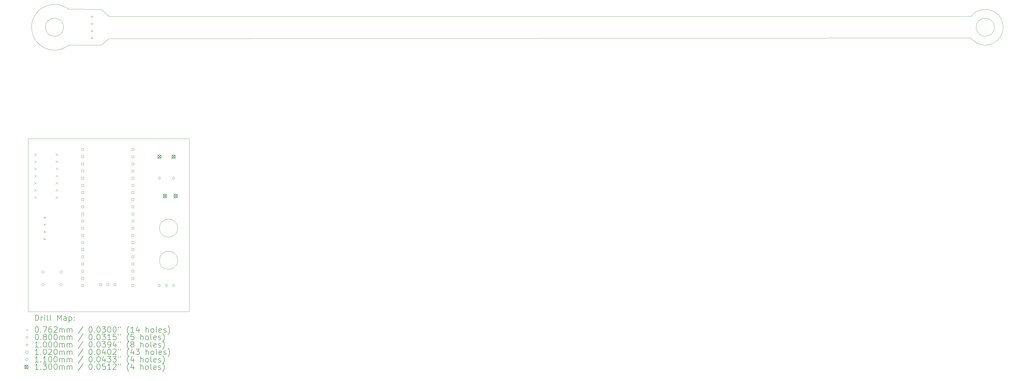
<source format=gbr>
%FSLAX45Y45*%
G04 Gerber Fmt 4.5, Leading zero omitted, Abs format (unit mm)*
G04 Created by KiCad (PCBNEW (6.0.6)) date 2022-11-08 17:00:56*
%MOMM*%
%LPD*%
G01*
G04 APERTURE LIST*
%TA.AperFunction,Profile*%
%ADD10C,0.025400*%
%TD*%
%ADD11C,0.200000*%
%ADD12C,0.076200*%
%ADD13C,0.080000*%
%ADD14C,0.100000*%
%ADD15C,0.102000*%
%ADD16C,0.110000*%
%ADD17C,0.130000*%
G04 APERTURE END LIST*
D10*
X7914640Y-14376400D02*
G75*
G03*
X7914640Y-14376400I-320040J0D01*
G01*
X7914640Y-13233400D02*
G75*
G03*
X7914640Y-13233400I-320040J0D01*
G01*
X4041655Y-5451441D02*
G75*
G03*
X4053840Y-6731000I-495559J-644557D01*
G01*
X3865880Y-6096000D02*
G75*
G03*
X3865880Y-6096000I-320040J0D01*
G01*
X5486400Y-6502400D02*
X5207000Y-6731000D01*
X5207000Y-5461000D02*
X5486400Y-5715000D01*
X36068000Y-6477000D02*
G75*
G03*
X36068000Y-5715000I508368J381000D01*
G01*
X36896040Y-6096000D02*
G75*
G03*
X36896040Y-6096000I-320040J0D01*
G01*
X5207000Y-6731000D02*
X4053840Y-6731000D01*
X36068000Y-6477000D02*
X5486400Y-6502400D01*
X5486400Y-5715000D02*
X36068000Y-5715000D01*
X4041655Y-5451441D02*
X5207000Y-5461000D01*
X2616200Y-10058400D02*
X8331200Y-10058400D01*
X8331200Y-10058400D02*
X8331200Y-16205200D01*
X8331200Y-16205200D02*
X2616200Y-16205200D01*
X2616200Y-16205200D02*
X2616200Y-10058400D01*
D11*
D12*
X2832100Y-10579100D02*
X2908300Y-10655300D01*
X2908300Y-10579100D02*
X2832100Y-10655300D01*
X2832100Y-10833100D02*
X2908300Y-10909300D01*
X2908300Y-10833100D02*
X2832100Y-10909300D01*
X2832100Y-11087100D02*
X2908300Y-11163300D01*
X2908300Y-11087100D02*
X2832100Y-11163300D01*
X2832100Y-11341100D02*
X2908300Y-11417300D01*
X2908300Y-11341100D02*
X2832100Y-11417300D01*
X2832100Y-11595100D02*
X2908300Y-11671300D01*
X2908300Y-11595100D02*
X2832100Y-11671300D01*
X2832100Y-11849100D02*
X2908300Y-11925300D01*
X2908300Y-11849100D02*
X2832100Y-11925300D01*
X2832100Y-12103100D02*
X2908300Y-12179300D01*
X2908300Y-12103100D02*
X2832100Y-12179300D01*
X3594100Y-10579100D02*
X3670300Y-10655300D01*
X3670300Y-10579100D02*
X3594100Y-10655300D01*
X3594100Y-10833100D02*
X3670300Y-10909300D01*
X3670300Y-10833100D02*
X3594100Y-10909300D01*
X3594100Y-11087100D02*
X3670300Y-11163300D01*
X3670300Y-11087100D02*
X3594100Y-11163300D01*
X3594100Y-11341100D02*
X3670300Y-11417300D01*
X3670300Y-11341100D02*
X3594100Y-11417300D01*
X3594100Y-11595100D02*
X3670300Y-11671300D01*
X3670300Y-11595100D02*
X3594100Y-11671300D01*
X3594100Y-11849100D02*
X3670300Y-11925300D01*
X3670300Y-11849100D02*
X3594100Y-11925300D01*
X3594100Y-12103100D02*
X3670300Y-12179300D01*
X3670300Y-12103100D02*
X3594100Y-12179300D01*
D13*
X7304400Y-15265400D02*
G75*
G03*
X7304400Y-15265400I-40000J0D01*
G01*
X7312400Y-11455400D02*
G75*
G03*
X7312400Y-11455400I-40000J0D01*
G01*
X7558400Y-15265400D02*
G75*
G03*
X7558400Y-15265400I-40000J0D01*
G01*
X7812400Y-11455400D02*
G75*
G03*
X7812400Y-11455400I-40000J0D01*
G01*
X7812400Y-15265400D02*
G75*
G03*
X7812400Y-15265400I-40000J0D01*
G01*
D14*
X3200400Y-12803400D02*
X3200400Y-12903400D01*
X3150400Y-12853400D02*
X3250400Y-12853400D01*
X3200400Y-13057400D02*
X3200400Y-13157400D01*
X3150400Y-13107400D02*
X3250400Y-13107400D01*
X3200400Y-13311400D02*
X3200400Y-13411400D01*
X3150400Y-13361400D02*
X3250400Y-13361400D01*
X3200400Y-13565400D02*
X3200400Y-13665400D01*
X3150400Y-13615400D02*
X3250400Y-13615400D01*
X4876800Y-5666000D02*
X4876800Y-5766000D01*
X4826800Y-5716000D02*
X4926800Y-5716000D01*
X4876800Y-5920000D02*
X4876800Y-6020000D01*
X4826800Y-5970000D02*
X4926800Y-5970000D01*
X4876800Y-6174000D02*
X4876800Y-6274000D01*
X4826800Y-6224000D02*
X4926800Y-6224000D01*
X4876800Y-6428000D02*
X4876800Y-6528000D01*
X4826800Y-6478000D02*
X4926800Y-6478000D01*
D15*
X4582663Y-10475463D02*
X4582663Y-10403337D01*
X4510537Y-10403337D01*
X4510537Y-10475463D01*
X4582663Y-10475463D01*
X4582663Y-10729463D02*
X4582663Y-10657337D01*
X4510537Y-10657337D01*
X4510537Y-10729463D01*
X4582663Y-10729463D01*
X4582663Y-10983463D02*
X4582663Y-10911337D01*
X4510537Y-10911337D01*
X4510537Y-10983463D01*
X4582663Y-10983463D01*
X4582663Y-11237463D02*
X4582663Y-11165337D01*
X4510537Y-11165337D01*
X4510537Y-11237463D01*
X4582663Y-11237463D01*
X4582663Y-11491463D02*
X4582663Y-11419337D01*
X4510537Y-11419337D01*
X4510537Y-11491463D01*
X4582663Y-11491463D01*
X4582663Y-11745463D02*
X4582663Y-11673337D01*
X4510537Y-11673337D01*
X4510537Y-11745463D01*
X4582663Y-11745463D01*
X4582663Y-11999463D02*
X4582663Y-11927337D01*
X4510537Y-11927337D01*
X4510537Y-11999463D01*
X4582663Y-11999463D01*
X4582663Y-12253463D02*
X4582663Y-12181337D01*
X4510537Y-12181337D01*
X4510537Y-12253463D01*
X4582663Y-12253463D01*
X4582663Y-12507463D02*
X4582663Y-12435337D01*
X4510537Y-12435337D01*
X4510537Y-12507463D01*
X4582663Y-12507463D01*
X4582663Y-12761463D02*
X4582663Y-12689337D01*
X4510537Y-12689337D01*
X4510537Y-12761463D01*
X4582663Y-12761463D01*
X4582663Y-13015463D02*
X4582663Y-12943337D01*
X4510537Y-12943337D01*
X4510537Y-13015463D01*
X4582663Y-13015463D01*
X4582663Y-13269463D02*
X4582663Y-13197337D01*
X4510537Y-13197337D01*
X4510537Y-13269463D01*
X4582663Y-13269463D01*
X4582663Y-13523463D02*
X4582663Y-13451337D01*
X4510537Y-13451337D01*
X4510537Y-13523463D01*
X4582663Y-13523463D01*
X4582663Y-13777463D02*
X4582663Y-13705337D01*
X4510537Y-13705337D01*
X4510537Y-13777463D01*
X4582663Y-13777463D01*
X4582663Y-14031463D02*
X4582663Y-13959337D01*
X4510537Y-13959337D01*
X4510537Y-14031463D01*
X4582663Y-14031463D01*
X4582663Y-14285463D02*
X4582663Y-14213337D01*
X4510537Y-14213337D01*
X4510537Y-14285463D01*
X4582663Y-14285463D01*
X4582663Y-14539463D02*
X4582663Y-14467337D01*
X4510537Y-14467337D01*
X4510537Y-14539463D01*
X4582663Y-14539463D01*
X4582663Y-14793463D02*
X4582663Y-14721337D01*
X4510537Y-14721337D01*
X4510537Y-14793463D01*
X4582663Y-14793463D01*
X4582663Y-15047463D02*
X4582663Y-14975337D01*
X4510537Y-14975337D01*
X4510537Y-15047463D01*
X4582663Y-15047463D01*
X4582663Y-15301463D02*
X4582663Y-15229337D01*
X4510537Y-15229337D01*
X4510537Y-15301463D01*
X4582663Y-15301463D01*
X5217663Y-15278463D02*
X5217663Y-15206337D01*
X5145537Y-15206337D01*
X5145537Y-15278463D01*
X5217663Y-15278463D01*
X5471663Y-15278463D02*
X5471663Y-15206337D01*
X5399537Y-15206337D01*
X5399537Y-15278463D01*
X5471663Y-15278463D01*
X5725663Y-15278463D02*
X5725663Y-15206337D01*
X5653537Y-15206337D01*
X5653537Y-15278463D01*
X5725663Y-15278463D01*
X6360663Y-10475463D02*
X6360663Y-10403337D01*
X6288537Y-10403337D01*
X6288537Y-10475463D01*
X6360663Y-10475463D01*
X6360663Y-10729463D02*
X6360663Y-10657337D01*
X6288537Y-10657337D01*
X6288537Y-10729463D01*
X6360663Y-10729463D01*
X6360663Y-10983463D02*
X6360663Y-10911337D01*
X6288537Y-10911337D01*
X6288537Y-10983463D01*
X6360663Y-10983463D01*
X6360663Y-11237463D02*
X6360663Y-11165337D01*
X6288537Y-11165337D01*
X6288537Y-11237463D01*
X6360663Y-11237463D01*
X6360663Y-11491463D02*
X6360663Y-11419337D01*
X6288537Y-11419337D01*
X6288537Y-11491463D01*
X6360663Y-11491463D01*
X6360663Y-11745463D02*
X6360663Y-11673337D01*
X6288537Y-11673337D01*
X6288537Y-11745463D01*
X6360663Y-11745463D01*
X6360663Y-11999463D02*
X6360663Y-11927337D01*
X6288537Y-11927337D01*
X6288537Y-11999463D01*
X6360663Y-11999463D01*
X6360663Y-12253463D02*
X6360663Y-12181337D01*
X6288537Y-12181337D01*
X6288537Y-12253463D01*
X6360663Y-12253463D01*
X6360663Y-12507463D02*
X6360663Y-12435337D01*
X6288537Y-12435337D01*
X6288537Y-12507463D01*
X6360663Y-12507463D01*
X6360663Y-12761463D02*
X6360663Y-12689337D01*
X6288537Y-12689337D01*
X6288537Y-12761463D01*
X6360663Y-12761463D01*
X6360663Y-13015463D02*
X6360663Y-12943337D01*
X6288537Y-12943337D01*
X6288537Y-13015463D01*
X6360663Y-13015463D01*
X6360663Y-13269463D02*
X6360663Y-13197337D01*
X6288537Y-13197337D01*
X6288537Y-13269463D01*
X6360663Y-13269463D01*
X6360663Y-13523463D02*
X6360663Y-13451337D01*
X6288537Y-13451337D01*
X6288537Y-13523463D01*
X6360663Y-13523463D01*
X6360663Y-13777463D02*
X6360663Y-13705337D01*
X6288537Y-13705337D01*
X6288537Y-13777463D01*
X6360663Y-13777463D01*
X6360663Y-14031463D02*
X6360663Y-13959337D01*
X6288537Y-13959337D01*
X6288537Y-14031463D01*
X6360663Y-14031463D01*
X6360663Y-14285463D02*
X6360663Y-14213337D01*
X6288537Y-14213337D01*
X6288537Y-14285463D01*
X6360663Y-14285463D01*
X6360663Y-14539463D02*
X6360663Y-14467337D01*
X6288537Y-14467337D01*
X6288537Y-14539463D01*
X6360663Y-14539463D01*
X6360663Y-14793463D02*
X6360663Y-14721337D01*
X6288537Y-14721337D01*
X6288537Y-14793463D01*
X6360663Y-14793463D01*
X6360663Y-15047463D02*
X6360663Y-14975337D01*
X6288537Y-14975337D01*
X6288537Y-15047463D01*
X6360663Y-15047463D01*
X6360663Y-15301463D02*
X6360663Y-15229337D01*
X6288537Y-15229337D01*
X6288537Y-15301463D01*
X6360663Y-15301463D01*
D16*
X3129400Y-14841400D02*
X3184400Y-14786400D01*
X3129400Y-14731400D01*
X3074400Y-14786400D01*
X3129400Y-14841400D01*
X3129400Y-15291400D02*
X3184400Y-15236400D01*
X3129400Y-15181400D01*
X3074400Y-15236400D01*
X3129400Y-15291400D01*
X3779400Y-14841400D02*
X3834400Y-14786400D01*
X3779400Y-14731400D01*
X3724400Y-14786400D01*
X3779400Y-14841400D01*
X3779400Y-15291400D02*
X3834400Y-15236400D01*
X3779400Y-15181400D01*
X3724400Y-15236400D01*
X3779400Y-15291400D01*
D17*
X7207400Y-10628400D02*
X7337400Y-10758400D01*
X7337400Y-10628400D02*
X7207400Y-10758400D01*
X7337400Y-10693400D02*
G75*
G03*
X7337400Y-10693400I-65000J0D01*
G01*
X7402600Y-12025400D02*
X7532600Y-12155400D01*
X7532600Y-12025400D02*
X7402600Y-12155400D01*
X7532600Y-12090400D02*
G75*
G03*
X7532600Y-12090400I-65000J0D01*
G01*
X7707400Y-10628400D02*
X7837400Y-10758400D01*
X7837400Y-10628400D02*
X7707400Y-10758400D01*
X7837400Y-10693400D02*
G75*
G03*
X7837400Y-10693400I-65000J0D01*
G01*
X7783600Y-12025400D02*
X7913600Y-12155400D01*
X7913600Y-12025400D02*
X7783600Y-12155400D01*
X7913600Y-12090400D02*
G75*
G03*
X7913600Y-12090400I-65000J0D01*
G01*
D11*
X2872549Y-16516946D02*
X2872549Y-16316946D01*
X2920168Y-16316946D01*
X2948739Y-16326470D01*
X2967787Y-16345518D01*
X2977311Y-16364565D01*
X2986835Y-16402660D01*
X2986835Y-16431232D01*
X2977311Y-16469327D01*
X2967787Y-16488375D01*
X2948739Y-16507422D01*
X2920168Y-16516946D01*
X2872549Y-16516946D01*
X3072549Y-16516946D02*
X3072549Y-16383613D01*
X3072549Y-16421708D02*
X3082073Y-16402660D01*
X3091597Y-16393137D01*
X3110644Y-16383613D01*
X3129692Y-16383613D01*
X3196358Y-16516946D02*
X3196358Y-16383613D01*
X3196358Y-16316946D02*
X3186835Y-16326470D01*
X3196358Y-16335994D01*
X3205882Y-16326470D01*
X3196358Y-16316946D01*
X3196358Y-16335994D01*
X3320168Y-16516946D02*
X3301120Y-16507422D01*
X3291597Y-16488375D01*
X3291597Y-16316946D01*
X3424930Y-16516946D02*
X3405882Y-16507422D01*
X3396358Y-16488375D01*
X3396358Y-16316946D01*
X3653501Y-16516946D02*
X3653501Y-16316946D01*
X3720168Y-16459803D01*
X3786835Y-16316946D01*
X3786835Y-16516946D01*
X3967787Y-16516946D02*
X3967787Y-16412184D01*
X3958263Y-16393137D01*
X3939216Y-16383613D01*
X3901120Y-16383613D01*
X3882073Y-16393137D01*
X3967787Y-16507422D02*
X3948739Y-16516946D01*
X3901120Y-16516946D01*
X3882073Y-16507422D01*
X3872549Y-16488375D01*
X3872549Y-16469327D01*
X3882073Y-16450279D01*
X3901120Y-16440756D01*
X3948739Y-16440756D01*
X3967787Y-16431232D01*
X4063025Y-16383613D02*
X4063025Y-16583613D01*
X4063025Y-16393137D02*
X4082073Y-16383613D01*
X4120168Y-16383613D01*
X4139216Y-16393137D01*
X4148739Y-16402660D01*
X4158263Y-16421708D01*
X4158263Y-16478851D01*
X4148739Y-16497898D01*
X4139216Y-16507422D01*
X4120168Y-16516946D01*
X4082073Y-16516946D01*
X4063025Y-16507422D01*
X4243978Y-16497898D02*
X4253501Y-16507422D01*
X4243978Y-16516946D01*
X4234454Y-16507422D01*
X4243978Y-16497898D01*
X4243978Y-16516946D01*
X4243978Y-16393137D02*
X4253501Y-16402660D01*
X4243978Y-16412184D01*
X4234454Y-16402660D01*
X4243978Y-16393137D01*
X4243978Y-16412184D01*
D12*
X2538730Y-16808370D02*
X2614930Y-16884570D01*
X2614930Y-16808370D02*
X2538730Y-16884570D01*
D11*
X2910644Y-16736946D02*
X2929692Y-16736946D01*
X2948739Y-16746470D01*
X2958263Y-16755994D01*
X2967787Y-16775041D01*
X2977311Y-16813137D01*
X2977311Y-16860756D01*
X2967787Y-16898851D01*
X2958263Y-16917899D01*
X2948739Y-16927422D01*
X2929692Y-16936946D01*
X2910644Y-16936946D01*
X2891597Y-16927422D01*
X2882073Y-16917899D01*
X2872549Y-16898851D01*
X2863025Y-16860756D01*
X2863025Y-16813137D01*
X2872549Y-16775041D01*
X2882073Y-16755994D01*
X2891597Y-16746470D01*
X2910644Y-16736946D01*
X3063025Y-16917899D02*
X3072549Y-16927422D01*
X3063025Y-16936946D01*
X3053501Y-16927422D01*
X3063025Y-16917899D01*
X3063025Y-16936946D01*
X3139216Y-16736946D02*
X3272549Y-16736946D01*
X3186835Y-16936946D01*
X3434454Y-16736946D02*
X3396358Y-16736946D01*
X3377311Y-16746470D01*
X3367787Y-16755994D01*
X3348739Y-16784565D01*
X3339216Y-16822660D01*
X3339216Y-16898851D01*
X3348739Y-16917899D01*
X3358263Y-16927422D01*
X3377311Y-16936946D01*
X3415406Y-16936946D01*
X3434454Y-16927422D01*
X3443978Y-16917899D01*
X3453501Y-16898851D01*
X3453501Y-16851232D01*
X3443978Y-16832184D01*
X3434454Y-16822660D01*
X3415406Y-16813137D01*
X3377311Y-16813137D01*
X3358263Y-16822660D01*
X3348739Y-16832184D01*
X3339216Y-16851232D01*
X3529692Y-16755994D02*
X3539216Y-16746470D01*
X3558263Y-16736946D01*
X3605882Y-16736946D01*
X3624930Y-16746470D01*
X3634454Y-16755994D01*
X3643978Y-16775041D01*
X3643978Y-16794089D01*
X3634454Y-16822660D01*
X3520168Y-16936946D01*
X3643978Y-16936946D01*
X3729692Y-16936946D02*
X3729692Y-16803613D01*
X3729692Y-16822660D02*
X3739216Y-16813137D01*
X3758263Y-16803613D01*
X3786835Y-16803613D01*
X3805882Y-16813137D01*
X3815406Y-16832184D01*
X3815406Y-16936946D01*
X3815406Y-16832184D02*
X3824930Y-16813137D01*
X3843978Y-16803613D01*
X3872549Y-16803613D01*
X3891597Y-16813137D01*
X3901120Y-16832184D01*
X3901120Y-16936946D01*
X3996358Y-16936946D02*
X3996358Y-16803613D01*
X3996358Y-16822660D02*
X4005882Y-16813137D01*
X4024930Y-16803613D01*
X4053501Y-16803613D01*
X4072549Y-16813137D01*
X4082073Y-16832184D01*
X4082073Y-16936946D01*
X4082073Y-16832184D02*
X4091597Y-16813137D01*
X4110644Y-16803613D01*
X4139216Y-16803613D01*
X4158263Y-16813137D01*
X4167787Y-16832184D01*
X4167787Y-16936946D01*
X4558263Y-16727422D02*
X4386835Y-16984565D01*
X4815406Y-16736946D02*
X4834454Y-16736946D01*
X4853501Y-16746470D01*
X4863025Y-16755994D01*
X4872549Y-16775041D01*
X4882073Y-16813137D01*
X4882073Y-16860756D01*
X4872549Y-16898851D01*
X4863025Y-16917899D01*
X4853501Y-16927422D01*
X4834454Y-16936946D01*
X4815406Y-16936946D01*
X4796359Y-16927422D01*
X4786835Y-16917899D01*
X4777311Y-16898851D01*
X4767787Y-16860756D01*
X4767787Y-16813137D01*
X4777311Y-16775041D01*
X4786835Y-16755994D01*
X4796359Y-16746470D01*
X4815406Y-16736946D01*
X4967787Y-16917899D02*
X4977311Y-16927422D01*
X4967787Y-16936946D01*
X4958263Y-16927422D01*
X4967787Y-16917899D01*
X4967787Y-16936946D01*
X5101120Y-16736946D02*
X5120168Y-16736946D01*
X5139216Y-16746470D01*
X5148740Y-16755994D01*
X5158263Y-16775041D01*
X5167787Y-16813137D01*
X5167787Y-16860756D01*
X5158263Y-16898851D01*
X5148740Y-16917899D01*
X5139216Y-16927422D01*
X5120168Y-16936946D01*
X5101120Y-16936946D01*
X5082073Y-16927422D01*
X5072549Y-16917899D01*
X5063025Y-16898851D01*
X5053501Y-16860756D01*
X5053501Y-16813137D01*
X5063025Y-16775041D01*
X5072549Y-16755994D01*
X5082073Y-16746470D01*
X5101120Y-16736946D01*
X5234454Y-16736946D02*
X5358263Y-16736946D01*
X5291597Y-16813137D01*
X5320168Y-16813137D01*
X5339216Y-16822660D01*
X5348740Y-16832184D01*
X5358263Y-16851232D01*
X5358263Y-16898851D01*
X5348740Y-16917899D01*
X5339216Y-16927422D01*
X5320168Y-16936946D01*
X5263025Y-16936946D01*
X5243978Y-16927422D01*
X5234454Y-16917899D01*
X5482073Y-16736946D02*
X5501120Y-16736946D01*
X5520168Y-16746470D01*
X5529692Y-16755994D01*
X5539216Y-16775041D01*
X5548740Y-16813137D01*
X5548740Y-16860756D01*
X5539216Y-16898851D01*
X5529692Y-16917899D01*
X5520168Y-16927422D01*
X5501120Y-16936946D01*
X5482073Y-16936946D01*
X5463025Y-16927422D01*
X5453501Y-16917899D01*
X5443978Y-16898851D01*
X5434454Y-16860756D01*
X5434454Y-16813137D01*
X5443978Y-16775041D01*
X5453501Y-16755994D01*
X5463025Y-16746470D01*
X5482073Y-16736946D01*
X5672549Y-16736946D02*
X5691597Y-16736946D01*
X5710644Y-16746470D01*
X5720168Y-16755994D01*
X5729692Y-16775041D01*
X5739216Y-16813137D01*
X5739216Y-16860756D01*
X5729692Y-16898851D01*
X5720168Y-16917899D01*
X5710644Y-16927422D01*
X5691597Y-16936946D01*
X5672549Y-16936946D01*
X5653501Y-16927422D01*
X5643978Y-16917899D01*
X5634454Y-16898851D01*
X5624930Y-16860756D01*
X5624930Y-16813137D01*
X5634454Y-16775041D01*
X5643978Y-16755994D01*
X5653501Y-16746470D01*
X5672549Y-16736946D01*
X5815406Y-16736946D02*
X5815406Y-16775041D01*
X5891597Y-16736946D02*
X5891597Y-16775041D01*
X6186835Y-17013137D02*
X6177311Y-17003613D01*
X6158263Y-16975041D01*
X6148739Y-16955994D01*
X6139216Y-16927422D01*
X6129692Y-16879803D01*
X6129692Y-16841708D01*
X6139216Y-16794089D01*
X6148739Y-16765518D01*
X6158263Y-16746470D01*
X6177311Y-16717898D01*
X6186835Y-16708375D01*
X6367787Y-16936946D02*
X6253501Y-16936946D01*
X6310644Y-16936946D02*
X6310644Y-16736946D01*
X6291597Y-16765518D01*
X6272549Y-16784565D01*
X6253501Y-16794089D01*
X6539216Y-16803613D02*
X6539216Y-16936946D01*
X6491597Y-16727422D02*
X6443978Y-16870280D01*
X6567787Y-16870280D01*
X6796358Y-16936946D02*
X6796358Y-16736946D01*
X6882073Y-16936946D02*
X6882073Y-16832184D01*
X6872549Y-16813137D01*
X6853501Y-16803613D01*
X6824930Y-16803613D01*
X6805882Y-16813137D01*
X6796358Y-16822660D01*
X7005882Y-16936946D02*
X6986835Y-16927422D01*
X6977311Y-16917899D01*
X6967787Y-16898851D01*
X6967787Y-16841708D01*
X6977311Y-16822660D01*
X6986835Y-16813137D01*
X7005882Y-16803613D01*
X7034454Y-16803613D01*
X7053501Y-16813137D01*
X7063025Y-16822660D01*
X7072549Y-16841708D01*
X7072549Y-16898851D01*
X7063025Y-16917899D01*
X7053501Y-16927422D01*
X7034454Y-16936946D01*
X7005882Y-16936946D01*
X7186835Y-16936946D02*
X7167787Y-16927422D01*
X7158263Y-16908375D01*
X7158263Y-16736946D01*
X7339216Y-16927422D02*
X7320168Y-16936946D01*
X7282073Y-16936946D01*
X7263025Y-16927422D01*
X7253501Y-16908375D01*
X7253501Y-16832184D01*
X7263025Y-16813137D01*
X7282073Y-16803613D01*
X7320168Y-16803613D01*
X7339216Y-16813137D01*
X7348739Y-16832184D01*
X7348739Y-16851232D01*
X7253501Y-16870280D01*
X7424930Y-16927422D02*
X7443978Y-16936946D01*
X7482073Y-16936946D01*
X7501120Y-16927422D01*
X7510644Y-16908375D01*
X7510644Y-16898851D01*
X7501120Y-16879803D01*
X7482073Y-16870280D01*
X7453501Y-16870280D01*
X7434454Y-16860756D01*
X7424930Y-16841708D01*
X7424930Y-16832184D01*
X7434454Y-16813137D01*
X7453501Y-16803613D01*
X7482073Y-16803613D01*
X7501120Y-16813137D01*
X7577311Y-17013137D02*
X7586835Y-17003613D01*
X7605882Y-16975041D01*
X7615406Y-16955994D01*
X7624930Y-16927422D01*
X7634454Y-16879803D01*
X7634454Y-16841708D01*
X7624930Y-16794089D01*
X7615406Y-16765518D01*
X7605882Y-16746470D01*
X7586835Y-16717898D01*
X7577311Y-16708375D01*
D13*
X2614930Y-17110470D02*
G75*
G03*
X2614930Y-17110470I-40000J0D01*
G01*
D11*
X2910644Y-17000946D02*
X2929692Y-17000946D01*
X2948739Y-17010470D01*
X2958263Y-17019994D01*
X2967787Y-17039041D01*
X2977311Y-17077137D01*
X2977311Y-17124756D01*
X2967787Y-17162851D01*
X2958263Y-17181899D01*
X2948739Y-17191422D01*
X2929692Y-17200946D01*
X2910644Y-17200946D01*
X2891597Y-17191422D01*
X2882073Y-17181899D01*
X2872549Y-17162851D01*
X2863025Y-17124756D01*
X2863025Y-17077137D01*
X2872549Y-17039041D01*
X2882073Y-17019994D01*
X2891597Y-17010470D01*
X2910644Y-17000946D01*
X3063025Y-17181899D02*
X3072549Y-17191422D01*
X3063025Y-17200946D01*
X3053501Y-17191422D01*
X3063025Y-17181899D01*
X3063025Y-17200946D01*
X3186835Y-17086660D02*
X3167787Y-17077137D01*
X3158263Y-17067613D01*
X3148739Y-17048565D01*
X3148739Y-17039041D01*
X3158263Y-17019994D01*
X3167787Y-17010470D01*
X3186835Y-17000946D01*
X3224930Y-17000946D01*
X3243978Y-17010470D01*
X3253501Y-17019994D01*
X3263025Y-17039041D01*
X3263025Y-17048565D01*
X3253501Y-17067613D01*
X3243978Y-17077137D01*
X3224930Y-17086660D01*
X3186835Y-17086660D01*
X3167787Y-17096184D01*
X3158263Y-17105708D01*
X3148739Y-17124756D01*
X3148739Y-17162851D01*
X3158263Y-17181899D01*
X3167787Y-17191422D01*
X3186835Y-17200946D01*
X3224930Y-17200946D01*
X3243978Y-17191422D01*
X3253501Y-17181899D01*
X3263025Y-17162851D01*
X3263025Y-17124756D01*
X3253501Y-17105708D01*
X3243978Y-17096184D01*
X3224930Y-17086660D01*
X3386835Y-17000946D02*
X3405882Y-17000946D01*
X3424930Y-17010470D01*
X3434454Y-17019994D01*
X3443978Y-17039041D01*
X3453501Y-17077137D01*
X3453501Y-17124756D01*
X3443978Y-17162851D01*
X3434454Y-17181899D01*
X3424930Y-17191422D01*
X3405882Y-17200946D01*
X3386835Y-17200946D01*
X3367787Y-17191422D01*
X3358263Y-17181899D01*
X3348739Y-17162851D01*
X3339216Y-17124756D01*
X3339216Y-17077137D01*
X3348739Y-17039041D01*
X3358263Y-17019994D01*
X3367787Y-17010470D01*
X3386835Y-17000946D01*
X3577311Y-17000946D02*
X3596358Y-17000946D01*
X3615406Y-17010470D01*
X3624930Y-17019994D01*
X3634454Y-17039041D01*
X3643978Y-17077137D01*
X3643978Y-17124756D01*
X3634454Y-17162851D01*
X3624930Y-17181899D01*
X3615406Y-17191422D01*
X3596358Y-17200946D01*
X3577311Y-17200946D01*
X3558263Y-17191422D01*
X3548739Y-17181899D01*
X3539216Y-17162851D01*
X3529692Y-17124756D01*
X3529692Y-17077137D01*
X3539216Y-17039041D01*
X3548739Y-17019994D01*
X3558263Y-17010470D01*
X3577311Y-17000946D01*
X3729692Y-17200946D02*
X3729692Y-17067613D01*
X3729692Y-17086660D02*
X3739216Y-17077137D01*
X3758263Y-17067613D01*
X3786835Y-17067613D01*
X3805882Y-17077137D01*
X3815406Y-17096184D01*
X3815406Y-17200946D01*
X3815406Y-17096184D02*
X3824930Y-17077137D01*
X3843978Y-17067613D01*
X3872549Y-17067613D01*
X3891597Y-17077137D01*
X3901120Y-17096184D01*
X3901120Y-17200946D01*
X3996358Y-17200946D02*
X3996358Y-17067613D01*
X3996358Y-17086660D02*
X4005882Y-17077137D01*
X4024930Y-17067613D01*
X4053501Y-17067613D01*
X4072549Y-17077137D01*
X4082073Y-17096184D01*
X4082073Y-17200946D01*
X4082073Y-17096184D02*
X4091597Y-17077137D01*
X4110644Y-17067613D01*
X4139216Y-17067613D01*
X4158263Y-17077137D01*
X4167787Y-17096184D01*
X4167787Y-17200946D01*
X4558263Y-16991422D02*
X4386835Y-17248565D01*
X4815406Y-17000946D02*
X4834454Y-17000946D01*
X4853501Y-17010470D01*
X4863025Y-17019994D01*
X4872549Y-17039041D01*
X4882073Y-17077137D01*
X4882073Y-17124756D01*
X4872549Y-17162851D01*
X4863025Y-17181899D01*
X4853501Y-17191422D01*
X4834454Y-17200946D01*
X4815406Y-17200946D01*
X4796359Y-17191422D01*
X4786835Y-17181899D01*
X4777311Y-17162851D01*
X4767787Y-17124756D01*
X4767787Y-17077137D01*
X4777311Y-17039041D01*
X4786835Y-17019994D01*
X4796359Y-17010470D01*
X4815406Y-17000946D01*
X4967787Y-17181899D02*
X4977311Y-17191422D01*
X4967787Y-17200946D01*
X4958263Y-17191422D01*
X4967787Y-17181899D01*
X4967787Y-17200946D01*
X5101120Y-17000946D02*
X5120168Y-17000946D01*
X5139216Y-17010470D01*
X5148740Y-17019994D01*
X5158263Y-17039041D01*
X5167787Y-17077137D01*
X5167787Y-17124756D01*
X5158263Y-17162851D01*
X5148740Y-17181899D01*
X5139216Y-17191422D01*
X5120168Y-17200946D01*
X5101120Y-17200946D01*
X5082073Y-17191422D01*
X5072549Y-17181899D01*
X5063025Y-17162851D01*
X5053501Y-17124756D01*
X5053501Y-17077137D01*
X5063025Y-17039041D01*
X5072549Y-17019994D01*
X5082073Y-17010470D01*
X5101120Y-17000946D01*
X5234454Y-17000946D02*
X5358263Y-17000946D01*
X5291597Y-17077137D01*
X5320168Y-17077137D01*
X5339216Y-17086660D01*
X5348740Y-17096184D01*
X5358263Y-17115232D01*
X5358263Y-17162851D01*
X5348740Y-17181899D01*
X5339216Y-17191422D01*
X5320168Y-17200946D01*
X5263025Y-17200946D01*
X5243978Y-17191422D01*
X5234454Y-17181899D01*
X5548740Y-17200946D02*
X5434454Y-17200946D01*
X5491597Y-17200946D02*
X5491597Y-17000946D01*
X5472549Y-17029518D01*
X5453501Y-17048565D01*
X5434454Y-17058089D01*
X5729692Y-17000946D02*
X5634454Y-17000946D01*
X5624930Y-17096184D01*
X5634454Y-17086660D01*
X5653501Y-17077137D01*
X5701120Y-17077137D01*
X5720168Y-17086660D01*
X5729692Y-17096184D01*
X5739216Y-17115232D01*
X5739216Y-17162851D01*
X5729692Y-17181899D01*
X5720168Y-17191422D01*
X5701120Y-17200946D01*
X5653501Y-17200946D01*
X5634454Y-17191422D01*
X5624930Y-17181899D01*
X5815406Y-17000946D02*
X5815406Y-17039041D01*
X5891597Y-17000946D02*
X5891597Y-17039041D01*
X6186835Y-17277137D02*
X6177311Y-17267613D01*
X6158263Y-17239041D01*
X6148739Y-17219994D01*
X6139216Y-17191422D01*
X6129692Y-17143803D01*
X6129692Y-17105708D01*
X6139216Y-17058089D01*
X6148739Y-17029518D01*
X6158263Y-17010470D01*
X6177311Y-16981899D01*
X6186835Y-16972375D01*
X6358263Y-17000946D02*
X6263025Y-17000946D01*
X6253501Y-17096184D01*
X6263025Y-17086660D01*
X6282073Y-17077137D01*
X6329692Y-17077137D01*
X6348739Y-17086660D01*
X6358263Y-17096184D01*
X6367787Y-17115232D01*
X6367787Y-17162851D01*
X6358263Y-17181899D01*
X6348739Y-17191422D01*
X6329692Y-17200946D01*
X6282073Y-17200946D01*
X6263025Y-17191422D01*
X6253501Y-17181899D01*
X6605882Y-17200946D02*
X6605882Y-17000946D01*
X6691597Y-17200946D02*
X6691597Y-17096184D01*
X6682073Y-17077137D01*
X6663025Y-17067613D01*
X6634454Y-17067613D01*
X6615406Y-17077137D01*
X6605882Y-17086660D01*
X6815406Y-17200946D02*
X6796358Y-17191422D01*
X6786835Y-17181899D01*
X6777311Y-17162851D01*
X6777311Y-17105708D01*
X6786835Y-17086660D01*
X6796358Y-17077137D01*
X6815406Y-17067613D01*
X6843978Y-17067613D01*
X6863025Y-17077137D01*
X6872549Y-17086660D01*
X6882073Y-17105708D01*
X6882073Y-17162851D01*
X6872549Y-17181899D01*
X6863025Y-17191422D01*
X6843978Y-17200946D01*
X6815406Y-17200946D01*
X6996358Y-17200946D02*
X6977311Y-17191422D01*
X6967787Y-17172375D01*
X6967787Y-17000946D01*
X7148739Y-17191422D02*
X7129692Y-17200946D01*
X7091597Y-17200946D01*
X7072549Y-17191422D01*
X7063025Y-17172375D01*
X7063025Y-17096184D01*
X7072549Y-17077137D01*
X7091597Y-17067613D01*
X7129692Y-17067613D01*
X7148739Y-17077137D01*
X7158263Y-17096184D01*
X7158263Y-17115232D01*
X7063025Y-17134280D01*
X7234454Y-17191422D02*
X7253501Y-17200946D01*
X7291597Y-17200946D01*
X7310644Y-17191422D01*
X7320168Y-17172375D01*
X7320168Y-17162851D01*
X7310644Y-17143803D01*
X7291597Y-17134280D01*
X7263025Y-17134280D01*
X7243978Y-17124756D01*
X7234454Y-17105708D01*
X7234454Y-17096184D01*
X7243978Y-17077137D01*
X7263025Y-17067613D01*
X7291597Y-17067613D01*
X7310644Y-17077137D01*
X7386835Y-17277137D02*
X7396358Y-17267613D01*
X7415406Y-17239041D01*
X7424930Y-17219994D01*
X7434454Y-17191422D01*
X7443978Y-17143803D01*
X7443978Y-17105708D01*
X7434454Y-17058089D01*
X7424930Y-17029518D01*
X7415406Y-17010470D01*
X7396358Y-16981899D01*
X7386835Y-16972375D01*
D14*
X2564930Y-17324470D02*
X2564930Y-17424470D01*
X2514930Y-17374470D02*
X2614930Y-17374470D01*
D11*
X2977311Y-17464946D02*
X2863025Y-17464946D01*
X2920168Y-17464946D02*
X2920168Y-17264946D01*
X2901120Y-17293518D01*
X2882073Y-17312565D01*
X2863025Y-17322089D01*
X3063025Y-17445899D02*
X3072549Y-17455422D01*
X3063025Y-17464946D01*
X3053501Y-17455422D01*
X3063025Y-17445899D01*
X3063025Y-17464946D01*
X3196358Y-17264946D02*
X3215406Y-17264946D01*
X3234454Y-17274470D01*
X3243978Y-17283994D01*
X3253501Y-17303041D01*
X3263025Y-17341137D01*
X3263025Y-17388756D01*
X3253501Y-17426851D01*
X3243978Y-17445899D01*
X3234454Y-17455422D01*
X3215406Y-17464946D01*
X3196358Y-17464946D01*
X3177311Y-17455422D01*
X3167787Y-17445899D01*
X3158263Y-17426851D01*
X3148739Y-17388756D01*
X3148739Y-17341137D01*
X3158263Y-17303041D01*
X3167787Y-17283994D01*
X3177311Y-17274470D01*
X3196358Y-17264946D01*
X3386835Y-17264946D02*
X3405882Y-17264946D01*
X3424930Y-17274470D01*
X3434454Y-17283994D01*
X3443978Y-17303041D01*
X3453501Y-17341137D01*
X3453501Y-17388756D01*
X3443978Y-17426851D01*
X3434454Y-17445899D01*
X3424930Y-17455422D01*
X3405882Y-17464946D01*
X3386835Y-17464946D01*
X3367787Y-17455422D01*
X3358263Y-17445899D01*
X3348739Y-17426851D01*
X3339216Y-17388756D01*
X3339216Y-17341137D01*
X3348739Y-17303041D01*
X3358263Y-17283994D01*
X3367787Y-17274470D01*
X3386835Y-17264946D01*
X3577311Y-17264946D02*
X3596358Y-17264946D01*
X3615406Y-17274470D01*
X3624930Y-17283994D01*
X3634454Y-17303041D01*
X3643978Y-17341137D01*
X3643978Y-17388756D01*
X3634454Y-17426851D01*
X3624930Y-17445899D01*
X3615406Y-17455422D01*
X3596358Y-17464946D01*
X3577311Y-17464946D01*
X3558263Y-17455422D01*
X3548739Y-17445899D01*
X3539216Y-17426851D01*
X3529692Y-17388756D01*
X3529692Y-17341137D01*
X3539216Y-17303041D01*
X3548739Y-17283994D01*
X3558263Y-17274470D01*
X3577311Y-17264946D01*
X3729692Y-17464946D02*
X3729692Y-17331613D01*
X3729692Y-17350660D02*
X3739216Y-17341137D01*
X3758263Y-17331613D01*
X3786835Y-17331613D01*
X3805882Y-17341137D01*
X3815406Y-17360184D01*
X3815406Y-17464946D01*
X3815406Y-17360184D02*
X3824930Y-17341137D01*
X3843978Y-17331613D01*
X3872549Y-17331613D01*
X3891597Y-17341137D01*
X3901120Y-17360184D01*
X3901120Y-17464946D01*
X3996358Y-17464946D02*
X3996358Y-17331613D01*
X3996358Y-17350660D02*
X4005882Y-17341137D01*
X4024930Y-17331613D01*
X4053501Y-17331613D01*
X4072549Y-17341137D01*
X4082073Y-17360184D01*
X4082073Y-17464946D01*
X4082073Y-17360184D02*
X4091597Y-17341137D01*
X4110644Y-17331613D01*
X4139216Y-17331613D01*
X4158263Y-17341137D01*
X4167787Y-17360184D01*
X4167787Y-17464946D01*
X4558263Y-17255422D02*
X4386835Y-17512565D01*
X4815406Y-17264946D02*
X4834454Y-17264946D01*
X4853501Y-17274470D01*
X4863025Y-17283994D01*
X4872549Y-17303041D01*
X4882073Y-17341137D01*
X4882073Y-17388756D01*
X4872549Y-17426851D01*
X4863025Y-17445899D01*
X4853501Y-17455422D01*
X4834454Y-17464946D01*
X4815406Y-17464946D01*
X4796359Y-17455422D01*
X4786835Y-17445899D01*
X4777311Y-17426851D01*
X4767787Y-17388756D01*
X4767787Y-17341137D01*
X4777311Y-17303041D01*
X4786835Y-17283994D01*
X4796359Y-17274470D01*
X4815406Y-17264946D01*
X4967787Y-17445899D02*
X4977311Y-17455422D01*
X4967787Y-17464946D01*
X4958263Y-17455422D01*
X4967787Y-17445899D01*
X4967787Y-17464946D01*
X5101120Y-17264946D02*
X5120168Y-17264946D01*
X5139216Y-17274470D01*
X5148740Y-17283994D01*
X5158263Y-17303041D01*
X5167787Y-17341137D01*
X5167787Y-17388756D01*
X5158263Y-17426851D01*
X5148740Y-17445899D01*
X5139216Y-17455422D01*
X5120168Y-17464946D01*
X5101120Y-17464946D01*
X5082073Y-17455422D01*
X5072549Y-17445899D01*
X5063025Y-17426851D01*
X5053501Y-17388756D01*
X5053501Y-17341137D01*
X5063025Y-17303041D01*
X5072549Y-17283994D01*
X5082073Y-17274470D01*
X5101120Y-17264946D01*
X5234454Y-17264946D02*
X5358263Y-17264946D01*
X5291597Y-17341137D01*
X5320168Y-17341137D01*
X5339216Y-17350660D01*
X5348740Y-17360184D01*
X5358263Y-17379232D01*
X5358263Y-17426851D01*
X5348740Y-17445899D01*
X5339216Y-17455422D01*
X5320168Y-17464946D01*
X5263025Y-17464946D01*
X5243978Y-17455422D01*
X5234454Y-17445899D01*
X5453501Y-17464946D02*
X5491597Y-17464946D01*
X5510644Y-17455422D01*
X5520168Y-17445899D01*
X5539216Y-17417327D01*
X5548740Y-17379232D01*
X5548740Y-17303041D01*
X5539216Y-17283994D01*
X5529692Y-17274470D01*
X5510644Y-17264946D01*
X5472549Y-17264946D01*
X5453501Y-17274470D01*
X5443978Y-17283994D01*
X5434454Y-17303041D01*
X5434454Y-17350660D01*
X5443978Y-17369708D01*
X5453501Y-17379232D01*
X5472549Y-17388756D01*
X5510644Y-17388756D01*
X5529692Y-17379232D01*
X5539216Y-17369708D01*
X5548740Y-17350660D01*
X5720168Y-17331613D02*
X5720168Y-17464946D01*
X5672549Y-17255422D02*
X5624930Y-17398280D01*
X5748739Y-17398280D01*
X5815406Y-17264946D02*
X5815406Y-17303041D01*
X5891597Y-17264946D02*
X5891597Y-17303041D01*
X6186835Y-17541137D02*
X6177311Y-17531613D01*
X6158263Y-17503041D01*
X6148739Y-17483994D01*
X6139216Y-17455422D01*
X6129692Y-17407803D01*
X6129692Y-17369708D01*
X6139216Y-17322089D01*
X6148739Y-17293518D01*
X6158263Y-17274470D01*
X6177311Y-17245899D01*
X6186835Y-17236375D01*
X6291597Y-17350660D02*
X6272549Y-17341137D01*
X6263025Y-17331613D01*
X6253501Y-17312565D01*
X6253501Y-17303041D01*
X6263025Y-17283994D01*
X6272549Y-17274470D01*
X6291597Y-17264946D01*
X6329692Y-17264946D01*
X6348739Y-17274470D01*
X6358263Y-17283994D01*
X6367787Y-17303041D01*
X6367787Y-17312565D01*
X6358263Y-17331613D01*
X6348739Y-17341137D01*
X6329692Y-17350660D01*
X6291597Y-17350660D01*
X6272549Y-17360184D01*
X6263025Y-17369708D01*
X6253501Y-17388756D01*
X6253501Y-17426851D01*
X6263025Y-17445899D01*
X6272549Y-17455422D01*
X6291597Y-17464946D01*
X6329692Y-17464946D01*
X6348739Y-17455422D01*
X6358263Y-17445899D01*
X6367787Y-17426851D01*
X6367787Y-17388756D01*
X6358263Y-17369708D01*
X6348739Y-17360184D01*
X6329692Y-17350660D01*
X6605882Y-17464946D02*
X6605882Y-17264946D01*
X6691597Y-17464946D02*
X6691597Y-17360184D01*
X6682073Y-17341137D01*
X6663025Y-17331613D01*
X6634454Y-17331613D01*
X6615406Y-17341137D01*
X6605882Y-17350660D01*
X6815406Y-17464946D02*
X6796358Y-17455422D01*
X6786835Y-17445899D01*
X6777311Y-17426851D01*
X6777311Y-17369708D01*
X6786835Y-17350660D01*
X6796358Y-17341137D01*
X6815406Y-17331613D01*
X6843978Y-17331613D01*
X6863025Y-17341137D01*
X6872549Y-17350660D01*
X6882073Y-17369708D01*
X6882073Y-17426851D01*
X6872549Y-17445899D01*
X6863025Y-17455422D01*
X6843978Y-17464946D01*
X6815406Y-17464946D01*
X6996358Y-17464946D02*
X6977311Y-17455422D01*
X6967787Y-17436375D01*
X6967787Y-17264946D01*
X7148739Y-17455422D02*
X7129692Y-17464946D01*
X7091597Y-17464946D01*
X7072549Y-17455422D01*
X7063025Y-17436375D01*
X7063025Y-17360184D01*
X7072549Y-17341137D01*
X7091597Y-17331613D01*
X7129692Y-17331613D01*
X7148739Y-17341137D01*
X7158263Y-17360184D01*
X7158263Y-17379232D01*
X7063025Y-17398280D01*
X7234454Y-17455422D02*
X7253501Y-17464946D01*
X7291597Y-17464946D01*
X7310644Y-17455422D01*
X7320168Y-17436375D01*
X7320168Y-17426851D01*
X7310644Y-17407803D01*
X7291597Y-17398280D01*
X7263025Y-17398280D01*
X7243978Y-17388756D01*
X7234454Y-17369708D01*
X7234454Y-17360184D01*
X7243978Y-17341137D01*
X7263025Y-17331613D01*
X7291597Y-17331613D01*
X7310644Y-17341137D01*
X7386835Y-17541137D02*
X7396358Y-17531613D01*
X7415406Y-17503041D01*
X7424930Y-17483994D01*
X7434454Y-17455422D01*
X7443978Y-17407803D01*
X7443978Y-17369708D01*
X7434454Y-17322089D01*
X7424930Y-17293518D01*
X7415406Y-17274470D01*
X7396358Y-17245899D01*
X7386835Y-17236375D01*
D15*
X2599993Y-17674533D02*
X2599993Y-17602407D01*
X2527867Y-17602407D01*
X2527867Y-17674533D01*
X2599993Y-17674533D01*
D11*
X2977311Y-17728946D02*
X2863025Y-17728946D01*
X2920168Y-17728946D02*
X2920168Y-17528946D01*
X2901120Y-17557518D01*
X2882073Y-17576565D01*
X2863025Y-17586089D01*
X3063025Y-17709899D02*
X3072549Y-17719422D01*
X3063025Y-17728946D01*
X3053501Y-17719422D01*
X3063025Y-17709899D01*
X3063025Y-17728946D01*
X3196358Y-17528946D02*
X3215406Y-17528946D01*
X3234454Y-17538470D01*
X3243978Y-17547994D01*
X3253501Y-17567041D01*
X3263025Y-17605137D01*
X3263025Y-17652756D01*
X3253501Y-17690851D01*
X3243978Y-17709899D01*
X3234454Y-17719422D01*
X3215406Y-17728946D01*
X3196358Y-17728946D01*
X3177311Y-17719422D01*
X3167787Y-17709899D01*
X3158263Y-17690851D01*
X3148739Y-17652756D01*
X3148739Y-17605137D01*
X3158263Y-17567041D01*
X3167787Y-17547994D01*
X3177311Y-17538470D01*
X3196358Y-17528946D01*
X3339216Y-17547994D02*
X3348739Y-17538470D01*
X3367787Y-17528946D01*
X3415406Y-17528946D01*
X3434454Y-17538470D01*
X3443978Y-17547994D01*
X3453501Y-17567041D01*
X3453501Y-17586089D01*
X3443978Y-17614660D01*
X3329692Y-17728946D01*
X3453501Y-17728946D01*
X3577311Y-17528946D02*
X3596358Y-17528946D01*
X3615406Y-17538470D01*
X3624930Y-17547994D01*
X3634454Y-17567041D01*
X3643978Y-17605137D01*
X3643978Y-17652756D01*
X3634454Y-17690851D01*
X3624930Y-17709899D01*
X3615406Y-17719422D01*
X3596358Y-17728946D01*
X3577311Y-17728946D01*
X3558263Y-17719422D01*
X3548739Y-17709899D01*
X3539216Y-17690851D01*
X3529692Y-17652756D01*
X3529692Y-17605137D01*
X3539216Y-17567041D01*
X3548739Y-17547994D01*
X3558263Y-17538470D01*
X3577311Y-17528946D01*
X3729692Y-17728946D02*
X3729692Y-17595613D01*
X3729692Y-17614660D02*
X3739216Y-17605137D01*
X3758263Y-17595613D01*
X3786835Y-17595613D01*
X3805882Y-17605137D01*
X3815406Y-17624184D01*
X3815406Y-17728946D01*
X3815406Y-17624184D02*
X3824930Y-17605137D01*
X3843978Y-17595613D01*
X3872549Y-17595613D01*
X3891597Y-17605137D01*
X3901120Y-17624184D01*
X3901120Y-17728946D01*
X3996358Y-17728946D02*
X3996358Y-17595613D01*
X3996358Y-17614660D02*
X4005882Y-17605137D01*
X4024930Y-17595613D01*
X4053501Y-17595613D01*
X4072549Y-17605137D01*
X4082073Y-17624184D01*
X4082073Y-17728946D01*
X4082073Y-17624184D02*
X4091597Y-17605137D01*
X4110644Y-17595613D01*
X4139216Y-17595613D01*
X4158263Y-17605137D01*
X4167787Y-17624184D01*
X4167787Y-17728946D01*
X4558263Y-17519422D02*
X4386835Y-17776565D01*
X4815406Y-17528946D02*
X4834454Y-17528946D01*
X4853501Y-17538470D01*
X4863025Y-17547994D01*
X4872549Y-17567041D01*
X4882073Y-17605137D01*
X4882073Y-17652756D01*
X4872549Y-17690851D01*
X4863025Y-17709899D01*
X4853501Y-17719422D01*
X4834454Y-17728946D01*
X4815406Y-17728946D01*
X4796359Y-17719422D01*
X4786835Y-17709899D01*
X4777311Y-17690851D01*
X4767787Y-17652756D01*
X4767787Y-17605137D01*
X4777311Y-17567041D01*
X4786835Y-17547994D01*
X4796359Y-17538470D01*
X4815406Y-17528946D01*
X4967787Y-17709899D02*
X4977311Y-17719422D01*
X4967787Y-17728946D01*
X4958263Y-17719422D01*
X4967787Y-17709899D01*
X4967787Y-17728946D01*
X5101120Y-17528946D02*
X5120168Y-17528946D01*
X5139216Y-17538470D01*
X5148740Y-17547994D01*
X5158263Y-17567041D01*
X5167787Y-17605137D01*
X5167787Y-17652756D01*
X5158263Y-17690851D01*
X5148740Y-17709899D01*
X5139216Y-17719422D01*
X5120168Y-17728946D01*
X5101120Y-17728946D01*
X5082073Y-17719422D01*
X5072549Y-17709899D01*
X5063025Y-17690851D01*
X5053501Y-17652756D01*
X5053501Y-17605137D01*
X5063025Y-17567041D01*
X5072549Y-17547994D01*
X5082073Y-17538470D01*
X5101120Y-17528946D01*
X5339216Y-17595613D02*
X5339216Y-17728946D01*
X5291597Y-17519422D02*
X5243978Y-17662280D01*
X5367787Y-17662280D01*
X5482073Y-17528946D02*
X5501120Y-17528946D01*
X5520168Y-17538470D01*
X5529692Y-17547994D01*
X5539216Y-17567041D01*
X5548740Y-17605137D01*
X5548740Y-17652756D01*
X5539216Y-17690851D01*
X5529692Y-17709899D01*
X5520168Y-17719422D01*
X5501120Y-17728946D01*
X5482073Y-17728946D01*
X5463025Y-17719422D01*
X5453501Y-17709899D01*
X5443978Y-17690851D01*
X5434454Y-17652756D01*
X5434454Y-17605137D01*
X5443978Y-17567041D01*
X5453501Y-17547994D01*
X5463025Y-17538470D01*
X5482073Y-17528946D01*
X5624930Y-17547994D02*
X5634454Y-17538470D01*
X5653501Y-17528946D01*
X5701120Y-17528946D01*
X5720168Y-17538470D01*
X5729692Y-17547994D01*
X5739216Y-17567041D01*
X5739216Y-17586089D01*
X5729692Y-17614660D01*
X5615406Y-17728946D01*
X5739216Y-17728946D01*
X5815406Y-17528946D02*
X5815406Y-17567041D01*
X5891597Y-17528946D02*
X5891597Y-17567041D01*
X6186835Y-17805137D02*
X6177311Y-17795613D01*
X6158263Y-17767041D01*
X6148739Y-17747994D01*
X6139216Y-17719422D01*
X6129692Y-17671803D01*
X6129692Y-17633708D01*
X6139216Y-17586089D01*
X6148739Y-17557518D01*
X6158263Y-17538470D01*
X6177311Y-17509899D01*
X6186835Y-17500375D01*
X6348739Y-17595613D02*
X6348739Y-17728946D01*
X6301120Y-17519422D02*
X6253501Y-17662280D01*
X6377311Y-17662280D01*
X6434454Y-17528946D02*
X6558263Y-17528946D01*
X6491597Y-17605137D01*
X6520168Y-17605137D01*
X6539216Y-17614660D01*
X6548739Y-17624184D01*
X6558263Y-17643232D01*
X6558263Y-17690851D01*
X6548739Y-17709899D01*
X6539216Y-17719422D01*
X6520168Y-17728946D01*
X6463025Y-17728946D01*
X6443978Y-17719422D01*
X6434454Y-17709899D01*
X6796358Y-17728946D02*
X6796358Y-17528946D01*
X6882073Y-17728946D02*
X6882073Y-17624184D01*
X6872549Y-17605137D01*
X6853501Y-17595613D01*
X6824930Y-17595613D01*
X6805882Y-17605137D01*
X6796358Y-17614660D01*
X7005882Y-17728946D02*
X6986835Y-17719422D01*
X6977311Y-17709899D01*
X6967787Y-17690851D01*
X6967787Y-17633708D01*
X6977311Y-17614660D01*
X6986835Y-17605137D01*
X7005882Y-17595613D01*
X7034454Y-17595613D01*
X7053501Y-17605137D01*
X7063025Y-17614660D01*
X7072549Y-17633708D01*
X7072549Y-17690851D01*
X7063025Y-17709899D01*
X7053501Y-17719422D01*
X7034454Y-17728946D01*
X7005882Y-17728946D01*
X7186835Y-17728946D02*
X7167787Y-17719422D01*
X7158263Y-17700375D01*
X7158263Y-17528946D01*
X7339216Y-17719422D02*
X7320168Y-17728946D01*
X7282073Y-17728946D01*
X7263025Y-17719422D01*
X7253501Y-17700375D01*
X7253501Y-17624184D01*
X7263025Y-17605137D01*
X7282073Y-17595613D01*
X7320168Y-17595613D01*
X7339216Y-17605137D01*
X7348739Y-17624184D01*
X7348739Y-17643232D01*
X7253501Y-17662280D01*
X7424930Y-17719422D02*
X7443978Y-17728946D01*
X7482073Y-17728946D01*
X7501120Y-17719422D01*
X7510644Y-17700375D01*
X7510644Y-17690851D01*
X7501120Y-17671803D01*
X7482073Y-17662280D01*
X7453501Y-17662280D01*
X7434454Y-17652756D01*
X7424930Y-17633708D01*
X7424930Y-17624184D01*
X7434454Y-17605137D01*
X7453501Y-17595613D01*
X7482073Y-17595613D01*
X7501120Y-17605137D01*
X7577311Y-17805137D02*
X7586835Y-17795613D01*
X7605882Y-17767041D01*
X7615406Y-17747994D01*
X7624930Y-17719422D01*
X7634454Y-17671803D01*
X7634454Y-17633708D01*
X7624930Y-17586089D01*
X7615406Y-17557518D01*
X7605882Y-17538470D01*
X7586835Y-17509899D01*
X7577311Y-17500375D01*
D16*
X2559930Y-17957470D02*
X2614930Y-17902470D01*
X2559930Y-17847470D01*
X2504930Y-17902470D01*
X2559930Y-17957470D01*
D11*
X2977311Y-17992946D02*
X2863025Y-17992946D01*
X2920168Y-17992946D02*
X2920168Y-17792946D01*
X2901120Y-17821518D01*
X2882073Y-17840565D01*
X2863025Y-17850089D01*
X3063025Y-17973899D02*
X3072549Y-17983422D01*
X3063025Y-17992946D01*
X3053501Y-17983422D01*
X3063025Y-17973899D01*
X3063025Y-17992946D01*
X3263025Y-17992946D02*
X3148739Y-17992946D01*
X3205882Y-17992946D02*
X3205882Y-17792946D01*
X3186835Y-17821518D01*
X3167787Y-17840565D01*
X3148739Y-17850089D01*
X3386835Y-17792946D02*
X3405882Y-17792946D01*
X3424930Y-17802470D01*
X3434454Y-17811994D01*
X3443978Y-17831041D01*
X3453501Y-17869137D01*
X3453501Y-17916756D01*
X3443978Y-17954851D01*
X3434454Y-17973899D01*
X3424930Y-17983422D01*
X3405882Y-17992946D01*
X3386835Y-17992946D01*
X3367787Y-17983422D01*
X3358263Y-17973899D01*
X3348739Y-17954851D01*
X3339216Y-17916756D01*
X3339216Y-17869137D01*
X3348739Y-17831041D01*
X3358263Y-17811994D01*
X3367787Y-17802470D01*
X3386835Y-17792946D01*
X3577311Y-17792946D02*
X3596358Y-17792946D01*
X3615406Y-17802470D01*
X3624930Y-17811994D01*
X3634454Y-17831041D01*
X3643978Y-17869137D01*
X3643978Y-17916756D01*
X3634454Y-17954851D01*
X3624930Y-17973899D01*
X3615406Y-17983422D01*
X3596358Y-17992946D01*
X3577311Y-17992946D01*
X3558263Y-17983422D01*
X3548739Y-17973899D01*
X3539216Y-17954851D01*
X3529692Y-17916756D01*
X3529692Y-17869137D01*
X3539216Y-17831041D01*
X3548739Y-17811994D01*
X3558263Y-17802470D01*
X3577311Y-17792946D01*
X3729692Y-17992946D02*
X3729692Y-17859613D01*
X3729692Y-17878660D02*
X3739216Y-17869137D01*
X3758263Y-17859613D01*
X3786835Y-17859613D01*
X3805882Y-17869137D01*
X3815406Y-17888184D01*
X3815406Y-17992946D01*
X3815406Y-17888184D02*
X3824930Y-17869137D01*
X3843978Y-17859613D01*
X3872549Y-17859613D01*
X3891597Y-17869137D01*
X3901120Y-17888184D01*
X3901120Y-17992946D01*
X3996358Y-17992946D02*
X3996358Y-17859613D01*
X3996358Y-17878660D02*
X4005882Y-17869137D01*
X4024930Y-17859613D01*
X4053501Y-17859613D01*
X4072549Y-17869137D01*
X4082073Y-17888184D01*
X4082073Y-17992946D01*
X4082073Y-17888184D02*
X4091597Y-17869137D01*
X4110644Y-17859613D01*
X4139216Y-17859613D01*
X4158263Y-17869137D01*
X4167787Y-17888184D01*
X4167787Y-17992946D01*
X4558263Y-17783422D02*
X4386835Y-18040565D01*
X4815406Y-17792946D02*
X4834454Y-17792946D01*
X4853501Y-17802470D01*
X4863025Y-17811994D01*
X4872549Y-17831041D01*
X4882073Y-17869137D01*
X4882073Y-17916756D01*
X4872549Y-17954851D01*
X4863025Y-17973899D01*
X4853501Y-17983422D01*
X4834454Y-17992946D01*
X4815406Y-17992946D01*
X4796359Y-17983422D01*
X4786835Y-17973899D01*
X4777311Y-17954851D01*
X4767787Y-17916756D01*
X4767787Y-17869137D01*
X4777311Y-17831041D01*
X4786835Y-17811994D01*
X4796359Y-17802470D01*
X4815406Y-17792946D01*
X4967787Y-17973899D02*
X4977311Y-17983422D01*
X4967787Y-17992946D01*
X4958263Y-17983422D01*
X4967787Y-17973899D01*
X4967787Y-17992946D01*
X5101120Y-17792946D02*
X5120168Y-17792946D01*
X5139216Y-17802470D01*
X5148740Y-17811994D01*
X5158263Y-17831041D01*
X5167787Y-17869137D01*
X5167787Y-17916756D01*
X5158263Y-17954851D01*
X5148740Y-17973899D01*
X5139216Y-17983422D01*
X5120168Y-17992946D01*
X5101120Y-17992946D01*
X5082073Y-17983422D01*
X5072549Y-17973899D01*
X5063025Y-17954851D01*
X5053501Y-17916756D01*
X5053501Y-17869137D01*
X5063025Y-17831041D01*
X5072549Y-17811994D01*
X5082073Y-17802470D01*
X5101120Y-17792946D01*
X5339216Y-17859613D02*
X5339216Y-17992946D01*
X5291597Y-17783422D02*
X5243978Y-17926280D01*
X5367787Y-17926280D01*
X5424930Y-17792946D02*
X5548740Y-17792946D01*
X5482073Y-17869137D01*
X5510644Y-17869137D01*
X5529692Y-17878660D01*
X5539216Y-17888184D01*
X5548740Y-17907232D01*
X5548740Y-17954851D01*
X5539216Y-17973899D01*
X5529692Y-17983422D01*
X5510644Y-17992946D01*
X5453501Y-17992946D01*
X5434454Y-17983422D01*
X5424930Y-17973899D01*
X5615406Y-17792946D02*
X5739216Y-17792946D01*
X5672549Y-17869137D01*
X5701120Y-17869137D01*
X5720168Y-17878660D01*
X5729692Y-17888184D01*
X5739216Y-17907232D01*
X5739216Y-17954851D01*
X5729692Y-17973899D01*
X5720168Y-17983422D01*
X5701120Y-17992946D01*
X5643978Y-17992946D01*
X5624930Y-17983422D01*
X5615406Y-17973899D01*
X5815406Y-17792946D02*
X5815406Y-17831041D01*
X5891597Y-17792946D02*
X5891597Y-17831041D01*
X6186835Y-18069137D02*
X6177311Y-18059613D01*
X6158263Y-18031041D01*
X6148739Y-18011994D01*
X6139216Y-17983422D01*
X6129692Y-17935803D01*
X6129692Y-17897708D01*
X6139216Y-17850089D01*
X6148739Y-17821518D01*
X6158263Y-17802470D01*
X6177311Y-17773899D01*
X6186835Y-17764375D01*
X6348739Y-17859613D02*
X6348739Y-17992946D01*
X6301120Y-17783422D02*
X6253501Y-17926280D01*
X6377311Y-17926280D01*
X6605882Y-17992946D02*
X6605882Y-17792946D01*
X6691597Y-17992946D02*
X6691597Y-17888184D01*
X6682073Y-17869137D01*
X6663025Y-17859613D01*
X6634454Y-17859613D01*
X6615406Y-17869137D01*
X6605882Y-17878660D01*
X6815406Y-17992946D02*
X6796358Y-17983422D01*
X6786835Y-17973899D01*
X6777311Y-17954851D01*
X6777311Y-17897708D01*
X6786835Y-17878660D01*
X6796358Y-17869137D01*
X6815406Y-17859613D01*
X6843978Y-17859613D01*
X6863025Y-17869137D01*
X6872549Y-17878660D01*
X6882073Y-17897708D01*
X6882073Y-17954851D01*
X6872549Y-17973899D01*
X6863025Y-17983422D01*
X6843978Y-17992946D01*
X6815406Y-17992946D01*
X6996358Y-17992946D02*
X6977311Y-17983422D01*
X6967787Y-17964375D01*
X6967787Y-17792946D01*
X7148739Y-17983422D02*
X7129692Y-17992946D01*
X7091597Y-17992946D01*
X7072549Y-17983422D01*
X7063025Y-17964375D01*
X7063025Y-17888184D01*
X7072549Y-17869137D01*
X7091597Y-17859613D01*
X7129692Y-17859613D01*
X7148739Y-17869137D01*
X7158263Y-17888184D01*
X7158263Y-17907232D01*
X7063025Y-17926280D01*
X7234454Y-17983422D02*
X7253501Y-17992946D01*
X7291597Y-17992946D01*
X7310644Y-17983422D01*
X7320168Y-17964375D01*
X7320168Y-17954851D01*
X7310644Y-17935803D01*
X7291597Y-17926280D01*
X7263025Y-17926280D01*
X7243978Y-17916756D01*
X7234454Y-17897708D01*
X7234454Y-17888184D01*
X7243978Y-17869137D01*
X7263025Y-17859613D01*
X7291597Y-17859613D01*
X7310644Y-17869137D01*
X7386835Y-18069137D02*
X7396358Y-18059613D01*
X7415406Y-18031041D01*
X7424930Y-18011994D01*
X7434454Y-17983422D01*
X7443978Y-17935803D01*
X7443978Y-17897708D01*
X7434454Y-17850089D01*
X7424930Y-17821518D01*
X7415406Y-17802470D01*
X7396358Y-17773899D01*
X7386835Y-17764375D01*
D17*
X2484930Y-18101470D02*
X2614930Y-18231470D01*
X2614930Y-18101470D02*
X2484930Y-18231470D01*
X2614930Y-18166470D02*
G75*
G03*
X2614930Y-18166470I-65000J0D01*
G01*
D11*
X2977311Y-18256946D02*
X2863025Y-18256946D01*
X2920168Y-18256946D02*
X2920168Y-18056946D01*
X2901120Y-18085518D01*
X2882073Y-18104565D01*
X2863025Y-18114089D01*
X3063025Y-18237899D02*
X3072549Y-18247422D01*
X3063025Y-18256946D01*
X3053501Y-18247422D01*
X3063025Y-18237899D01*
X3063025Y-18256946D01*
X3139216Y-18056946D02*
X3263025Y-18056946D01*
X3196358Y-18133137D01*
X3224930Y-18133137D01*
X3243978Y-18142660D01*
X3253501Y-18152184D01*
X3263025Y-18171232D01*
X3263025Y-18218851D01*
X3253501Y-18237899D01*
X3243978Y-18247422D01*
X3224930Y-18256946D01*
X3167787Y-18256946D01*
X3148739Y-18247422D01*
X3139216Y-18237899D01*
X3386835Y-18056946D02*
X3405882Y-18056946D01*
X3424930Y-18066470D01*
X3434454Y-18075994D01*
X3443978Y-18095041D01*
X3453501Y-18133137D01*
X3453501Y-18180756D01*
X3443978Y-18218851D01*
X3434454Y-18237899D01*
X3424930Y-18247422D01*
X3405882Y-18256946D01*
X3386835Y-18256946D01*
X3367787Y-18247422D01*
X3358263Y-18237899D01*
X3348739Y-18218851D01*
X3339216Y-18180756D01*
X3339216Y-18133137D01*
X3348739Y-18095041D01*
X3358263Y-18075994D01*
X3367787Y-18066470D01*
X3386835Y-18056946D01*
X3577311Y-18056946D02*
X3596358Y-18056946D01*
X3615406Y-18066470D01*
X3624930Y-18075994D01*
X3634454Y-18095041D01*
X3643978Y-18133137D01*
X3643978Y-18180756D01*
X3634454Y-18218851D01*
X3624930Y-18237899D01*
X3615406Y-18247422D01*
X3596358Y-18256946D01*
X3577311Y-18256946D01*
X3558263Y-18247422D01*
X3548739Y-18237899D01*
X3539216Y-18218851D01*
X3529692Y-18180756D01*
X3529692Y-18133137D01*
X3539216Y-18095041D01*
X3548739Y-18075994D01*
X3558263Y-18066470D01*
X3577311Y-18056946D01*
X3729692Y-18256946D02*
X3729692Y-18123613D01*
X3729692Y-18142660D02*
X3739216Y-18133137D01*
X3758263Y-18123613D01*
X3786835Y-18123613D01*
X3805882Y-18133137D01*
X3815406Y-18152184D01*
X3815406Y-18256946D01*
X3815406Y-18152184D02*
X3824930Y-18133137D01*
X3843978Y-18123613D01*
X3872549Y-18123613D01*
X3891597Y-18133137D01*
X3901120Y-18152184D01*
X3901120Y-18256946D01*
X3996358Y-18256946D02*
X3996358Y-18123613D01*
X3996358Y-18142660D02*
X4005882Y-18133137D01*
X4024930Y-18123613D01*
X4053501Y-18123613D01*
X4072549Y-18133137D01*
X4082073Y-18152184D01*
X4082073Y-18256946D01*
X4082073Y-18152184D02*
X4091597Y-18133137D01*
X4110644Y-18123613D01*
X4139216Y-18123613D01*
X4158263Y-18133137D01*
X4167787Y-18152184D01*
X4167787Y-18256946D01*
X4558263Y-18047422D02*
X4386835Y-18304565D01*
X4815406Y-18056946D02*
X4834454Y-18056946D01*
X4853501Y-18066470D01*
X4863025Y-18075994D01*
X4872549Y-18095041D01*
X4882073Y-18133137D01*
X4882073Y-18180756D01*
X4872549Y-18218851D01*
X4863025Y-18237899D01*
X4853501Y-18247422D01*
X4834454Y-18256946D01*
X4815406Y-18256946D01*
X4796359Y-18247422D01*
X4786835Y-18237899D01*
X4777311Y-18218851D01*
X4767787Y-18180756D01*
X4767787Y-18133137D01*
X4777311Y-18095041D01*
X4786835Y-18075994D01*
X4796359Y-18066470D01*
X4815406Y-18056946D01*
X4967787Y-18237899D02*
X4977311Y-18247422D01*
X4967787Y-18256946D01*
X4958263Y-18247422D01*
X4967787Y-18237899D01*
X4967787Y-18256946D01*
X5101120Y-18056946D02*
X5120168Y-18056946D01*
X5139216Y-18066470D01*
X5148740Y-18075994D01*
X5158263Y-18095041D01*
X5167787Y-18133137D01*
X5167787Y-18180756D01*
X5158263Y-18218851D01*
X5148740Y-18237899D01*
X5139216Y-18247422D01*
X5120168Y-18256946D01*
X5101120Y-18256946D01*
X5082073Y-18247422D01*
X5072549Y-18237899D01*
X5063025Y-18218851D01*
X5053501Y-18180756D01*
X5053501Y-18133137D01*
X5063025Y-18095041D01*
X5072549Y-18075994D01*
X5082073Y-18066470D01*
X5101120Y-18056946D01*
X5348740Y-18056946D02*
X5253501Y-18056946D01*
X5243978Y-18152184D01*
X5253501Y-18142660D01*
X5272549Y-18133137D01*
X5320168Y-18133137D01*
X5339216Y-18142660D01*
X5348740Y-18152184D01*
X5358263Y-18171232D01*
X5358263Y-18218851D01*
X5348740Y-18237899D01*
X5339216Y-18247422D01*
X5320168Y-18256946D01*
X5272549Y-18256946D01*
X5253501Y-18247422D01*
X5243978Y-18237899D01*
X5548740Y-18256946D02*
X5434454Y-18256946D01*
X5491597Y-18256946D02*
X5491597Y-18056946D01*
X5472549Y-18085518D01*
X5453501Y-18104565D01*
X5434454Y-18114089D01*
X5624930Y-18075994D02*
X5634454Y-18066470D01*
X5653501Y-18056946D01*
X5701120Y-18056946D01*
X5720168Y-18066470D01*
X5729692Y-18075994D01*
X5739216Y-18095041D01*
X5739216Y-18114089D01*
X5729692Y-18142660D01*
X5615406Y-18256946D01*
X5739216Y-18256946D01*
X5815406Y-18056946D02*
X5815406Y-18095041D01*
X5891597Y-18056946D02*
X5891597Y-18095041D01*
X6186835Y-18333137D02*
X6177311Y-18323613D01*
X6158263Y-18295041D01*
X6148739Y-18275994D01*
X6139216Y-18247422D01*
X6129692Y-18199803D01*
X6129692Y-18161708D01*
X6139216Y-18114089D01*
X6148739Y-18085518D01*
X6158263Y-18066470D01*
X6177311Y-18037899D01*
X6186835Y-18028375D01*
X6348739Y-18123613D02*
X6348739Y-18256946D01*
X6301120Y-18047422D02*
X6253501Y-18190280D01*
X6377311Y-18190280D01*
X6605882Y-18256946D02*
X6605882Y-18056946D01*
X6691597Y-18256946D02*
X6691597Y-18152184D01*
X6682073Y-18133137D01*
X6663025Y-18123613D01*
X6634454Y-18123613D01*
X6615406Y-18133137D01*
X6605882Y-18142660D01*
X6815406Y-18256946D02*
X6796358Y-18247422D01*
X6786835Y-18237899D01*
X6777311Y-18218851D01*
X6777311Y-18161708D01*
X6786835Y-18142660D01*
X6796358Y-18133137D01*
X6815406Y-18123613D01*
X6843978Y-18123613D01*
X6863025Y-18133137D01*
X6872549Y-18142660D01*
X6882073Y-18161708D01*
X6882073Y-18218851D01*
X6872549Y-18237899D01*
X6863025Y-18247422D01*
X6843978Y-18256946D01*
X6815406Y-18256946D01*
X6996358Y-18256946D02*
X6977311Y-18247422D01*
X6967787Y-18228375D01*
X6967787Y-18056946D01*
X7148739Y-18247422D02*
X7129692Y-18256946D01*
X7091597Y-18256946D01*
X7072549Y-18247422D01*
X7063025Y-18228375D01*
X7063025Y-18152184D01*
X7072549Y-18133137D01*
X7091597Y-18123613D01*
X7129692Y-18123613D01*
X7148739Y-18133137D01*
X7158263Y-18152184D01*
X7158263Y-18171232D01*
X7063025Y-18190280D01*
X7234454Y-18247422D02*
X7253501Y-18256946D01*
X7291597Y-18256946D01*
X7310644Y-18247422D01*
X7320168Y-18228375D01*
X7320168Y-18218851D01*
X7310644Y-18199803D01*
X7291597Y-18190280D01*
X7263025Y-18190280D01*
X7243978Y-18180756D01*
X7234454Y-18161708D01*
X7234454Y-18152184D01*
X7243978Y-18133137D01*
X7263025Y-18123613D01*
X7291597Y-18123613D01*
X7310644Y-18133137D01*
X7386835Y-18333137D02*
X7396358Y-18323613D01*
X7415406Y-18295041D01*
X7424930Y-18275994D01*
X7434454Y-18247422D01*
X7443978Y-18199803D01*
X7443978Y-18161708D01*
X7434454Y-18114089D01*
X7424930Y-18085518D01*
X7415406Y-18066470D01*
X7396358Y-18037899D01*
X7386835Y-18028375D01*
M02*

</source>
